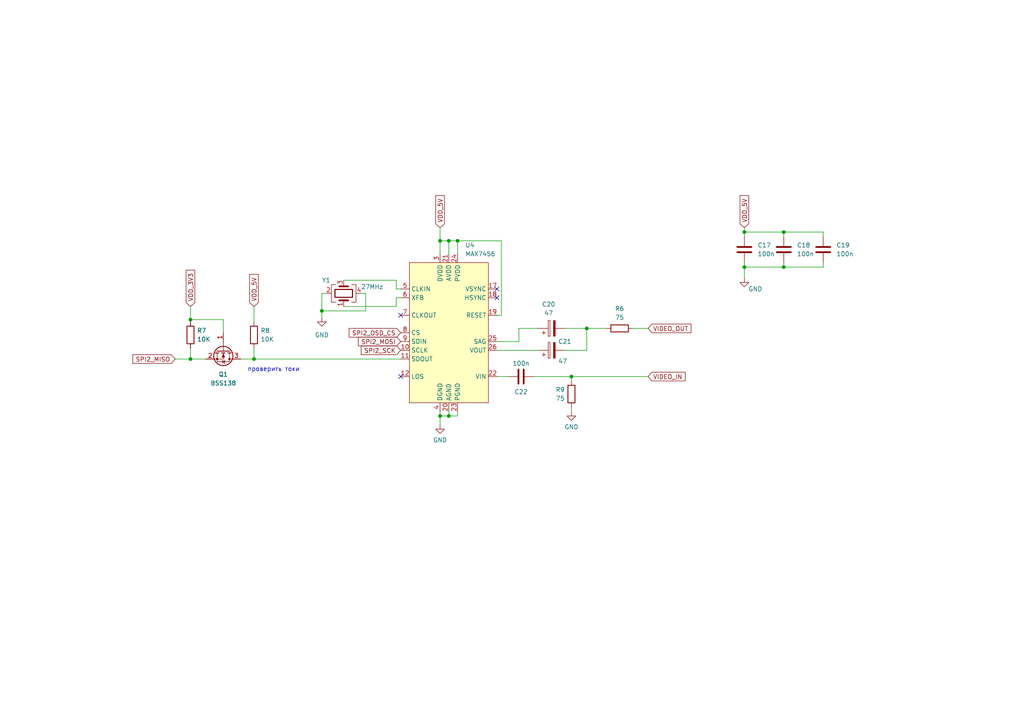
<source format=kicad_sch>
(kicad_sch (version 20230121) (generator eeschema)
  (paper "A4")
  (lib_symbols
    (symbol "Device:C" (pin_numbers hide) (pin_names (offset 0.254))
      (property "Reference" "C" (at 0.635 2.54 0))
      (property "Value" "C" (at 0.635 -2.54 0))
      (symbol "C_0_1"
        (polyline (pts (xy -2.032 -0.762) (xy 2.032 -0.762)) (stroke (width 0.508)))
        (polyline (pts (xy -2.032 0.762) (xy 2.032 0.762)) (stroke (width 0.508)))
      )
      (symbol "C_1_1"
        (pin passive line (at 0 3.81 270) (length 2.794) (name "~") (number "1"))
        (pin passive line (at 0 -3.81 90) (length 2.794) (name "~") (number "2"))
      )
    )
    (symbol "Device:C_Polarized" (pin_numbers hide) (pin_names (offset 0.254))
      (property "Reference" "C" (at 0.635 2.54 0))
      (property "Value" "C_Polarized" (at 0.635 -2.54 0))
      (symbol "C_Polarized_0_1"
        (rectangle (start -2.286 0.508) (end 2.286 1.016))
        (polyline (pts (xy -1.778 2.286) (xy -0.762 2.286)))
        (polyline (pts (xy -1.27 2.794) (xy -1.27 1.778)))
        (rectangle (start 2.286 -0.508) (end -2.286 -1.016) (fill (type outline)))
      )
      (symbol "C_Polarized_1_1"
        (pin passive line (at 0 3.81 270) (length 2.794) (name "~") (number "1"))
        (pin passive line (at 0 -3.81 90) (length 2.794) (name "~") (number "2"))
      )
    )
    (symbol "Device:Crystal_GND24" (pin_names (offset 1.016) hide)
      (property "Reference" "Y" (at 3.175 5.08 0))
      (property "Value" "Crystal_GND24" (at 3.175 3.175 0))
      (symbol "Crystal_GND24_0_1"
        (rectangle (start -1.143 2.54) (end 1.143 -2.54) (stroke (width 0.3048)))
        (polyline (pts (xy -2.54 0) (xy -2.032 0)))
        (polyline (pts (xy -2.032 -1.27) (xy -2.032 1.27)) (stroke (width 0.508)))
        (polyline (pts (xy 0 -3.81) (xy 0 -3.556)))
        (polyline (pts (xy 0 3.556) (xy 0 3.81)))
        (polyline (pts (xy 2.032 -1.27) (xy 2.032 1.27)) (stroke (width 0.508)))
        (polyline (pts (xy 2.032 0) (xy 2.54 0)))
        (polyline (pts (xy -2.54 -2.286) (xy -2.54 -3.556) (xy 2.54 -3.556) (xy 2.54 -2.286)))
        (polyline (pts (xy -2.54 2.286) (xy -2.54 3.556) (xy 2.54 3.556) (xy 2.54 2.286)))
      )
      (symbol "Crystal_GND24_1_1"
        (pin passive line (at -3.81 0 0) (length 1.27) (name "1") (number "1"))
        (pin passive line (at 0 5.08 270) (length 1.27) (name "2") (number "2"))
        (pin passive line (at 3.81 0 180) (length 1.27) (name "3") (number "3"))
        (pin passive line (at 0 -5.08 90) (length 1.27) (name "4") (number "4"))
      )
    )
    (symbol "Device:R" (pin_numbers hide) (pin_names (offset 0))
      (property "Reference" "R" (at 2.032 0 90))
      (property "Value" "R" (at 0 0 90))
      (symbol "R_0_1"
        (rectangle (start -1.016 -2.54) (end 1.016 2.54) (stroke (width 0.254)))
      )
      (symbol "R_1_1"
        (pin passive line (at 0 3.81 270) (length 1.27) (name "~") (number "1"))
        (pin passive line (at 0 -3.81 90) (length 1.27) (name "~") (number "2"))
      )
    )
    (symbol "Transistor_FET:BSS138" (pin_names hide)
      (property "Reference" "Q" (at 5.08 1.905 0))
      (property "Value" "BSS138" (at 5.08 0 0))
      (symbol "BSS138_0_1"
        (polyline (pts (xy 0.254 0) (xy -2.54 0)))
        (polyline (pts (xy 0.254 1.905) (xy 0.254 -1.905)) (stroke (width 0.254)))
        (polyline (pts (xy 0.762 -1.27) (xy 0.762 -2.286)) (stroke (width 0.254)))
        (polyline (pts (xy 0.762 0.508) (xy 0.762 -0.508)) (stroke (width 0.254)))
        (polyline (pts (xy 0.762 2.286) (xy 0.762 1.27)) (stroke (width 0.254)))
        (polyline (pts (xy 2.54 2.54) (xy 2.54 1.778)))
        (polyline (pts (xy 2.54 -2.54) (xy 2.54 0) (xy 0.762 0)))
        (polyline (pts (xy 0.762 -1.778) (xy 3.302 -1.778) (xy 3.302 1.778) (xy 0.762 1.778)))
        (polyline (pts (xy 1.016 0) (xy 2.032 0.381) (xy 2.032 -0.381) (xy 1.016 0)) (fill (type outline)))
        (polyline (pts (xy 2.794 0.508) (xy 2.921 0.381) (xy 3.683 0.381) (xy 3.81 0.254)))
        (polyline (pts (xy 3.302 0.381) (xy 2.921 -0.254) (xy 3.683 -0.254) (xy 3.302 0.381)))
        (circle (center 1.651 0) (radius 2.794) (stroke (width 0.254)))
        (circle (center 2.54 -1.778) (radius 0.254) (fill (type outline)))
        (circle (center 2.54 1.778) (radius 0.254) (fill (type outline)))
      )
      (symbol "BSS138_1_1"
        (pin input line (at -5.08 0 0) (length 2.54) (name "G") (number "1"))
        (pin passive line (at 2.54 -5.08 90) (length 2.54) (name "S") (number "2"))
        (pin passive line (at 2.54 5.08 270) (length 2.54) (name "D") (number "3"))
      )
    )
    (symbol "power:GND" (power) (pin_names (offset 0))
      (property "Value" "GND" (at 0 -3.81 0))
      (symbol "GND_0_1"
        (polyline (pts (xy 0 0) (xy 0 -1.27) (xy 1.27 -1.27) (xy 0 -2.54) (xy -1.27 -1.27) (xy 0 -1.27)))
      )
      (symbol "GND_1_1"
        (pin power_in line (at 0 0 270) (length 0) hide (name "GND") (number "1"))
      )
    )
    (symbol "user_lib:MAX7456"
      (property "Reference" "U" (at 10.16 -24.13 0))
      (property "Value" "MAX7456" (at 10.16 -21.59 0))
      (symbol "MAX7456_0_1"
        (rectangle (start -11.43 20.32) (end 11.43 -20.32) (fill (type background)))
      )
      (symbol "MAX7456_1_1"
        (pin bidirectional line (at -13.97 -5.08 0) (length 2.54) (name "SCLK") (number "10"))
        (pin bidirectional line (at -13.97 -7.62 0) (length 2.54) (name "SDOUT") (number "11"))
        (pin bidirectional line (at -13.97 -12.7 0) (length 2.54) (name "LOS") (number "12"))
        (pin bidirectional line (at 13.97 12.7 180) (length 2.54) (name "VSYNC") (number "17"))
        (pin bidirectional line (at 13.97 10.16 180) (length 2.54) (name "HSYNC") (number "18"))
        (pin input line (at 13.97 5.08 180) (length 2.54) (name "RESET") (number "19"))
        (pin power_in line (at 0 -22.86 90) (length 2.54) (name "AGND") (number "20"))
        (pin power_in line (at 0 22.86 270) (length 2.54) (name "AVDD") (number "21"))
        (pin input line (at 13.97 -12.7 180) (length 2.54) (name "VIN") (number "22"))
        (pin power_in line (at 2.54 -22.86 90) (length 2.54) (name "PGND") (number "23"))
        (pin power_in line (at 2.54 22.86 270) (length 2.54) (name "PVDD") (number "24"))
        (pin input line (at 13.97 -2.54 180) (length 2.54) (name "SAG") (number "25"))
        (pin input line (at 13.97 -5.08 180) (length 2.54) (name "VOUT") (number "26"))
        (pin power_in line (at -2.54 22.86 270) (length 2.54) (name "DVDD") (number "3"))
        (pin power_in line (at -2.54 -22.86 90) (length 2.54) (name "DGND") (number "4"))
        (pin bidirectional line (at -13.97 12.7 0) (length 2.54) (name "CLKIN") (number "5"))
        (pin bidirectional line (at -13.97 10.16 0) (length 2.54) (name "XFB") (number "6"))
        (pin bidirectional line (at -13.97 5.08 0) (length 2.54) (name "CLKOUT") (number "7"))
        (pin bidirectional line (at -13.97 0 0) (length 2.54) (name "CS") (number "8"))
        (pin bidirectional line (at -13.97 -2.54 0) (length 2.54) (name "SDIN") (number "9"))
      )
    )
  )
  (junction (at 165.735 109.22))
  (junction (at 130.175 69.85))
  (junction (at 73.66 104.14))
  (junction (at 215.9 77.47))
  (junction (at 55.245 92.71))
  (junction (at 170.18 95.25))
  (junction (at 215.9 67.31))
  (junction (at 132.715 69.85))
  (junction (at 127.635 69.85))
  (junction (at 127.635 120.65))
  (junction (at 130.175 120.65))
  (junction (at 55.245 104.14))
  (junction (at 93.345 90.17))
  (junction (at 227.33 77.47))
  (junction (at 227.33 67.31))
  (no_connect (at 144.145 86.36))
  (no_connect (at 144.145 83.82))
  (no_connect (at 116.205 91.44))
  (no_connect (at 116.205 109.22))
  (wire (pts (xy 215.9 80.645) (xy 215.9 77.47)))
  (wire (pts (xy 127.635 120.65) (xy 130.175 120.65)))
  (wire (pts (xy 165.735 109.22) (xy 187.96 109.22)))
  (wire (pts (xy 145.415 69.85) (xy 132.715 69.85)))
  (wire (pts (xy 104.775 85.09) (xy 106.045 85.09)))
  (wire (pts (xy 106.045 85.09) (xy 106.045 90.17)))
  (wire (pts (xy 165.735 110.49) (xy 165.735 109.22)))
  (wire (pts (xy 114.935 83.82) (xy 114.935 81.28)))
  (wire (pts (xy 183.515 95.25) (xy 187.96 95.25)))
  (wire (pts (xy 165.735 118.11) (xy 165.735 119.38)))
  (wire (pts (xy 93.345 92.075) (xy 93.345 90.17)))
  (wire (pts (xy 73.66 93.345) (xy 73.66 88.9)))
  (wire (pts (xy 130.175 120.65) (xy 130.175 119.38)))
  (wire (pts (xy 163.83 101.6) (xy 170.18 101.6)))
  (wire (pts (xy 73.66 100.965) (xy 73.66 104.14)))
  (wire (pts (xy 154.94 109.22) (xy 165.735 109.22)))
  (wire (pts (xy 170.18 95.25) (xy 175.895 95.25)))
  (wire (pts (xy 238.76 77.47) (xy 238.76 76.2)))
  (wire (pts (xy 116.205 83.82) (xy 114.935 83.82)))
  (wire (pts (xy 64.77 92.71) (xy 55.245 92.71)))
  (wire (pts (xy 73.66 104.14) (xy 69.85 104.14)))
  (wire (pts (xy 130.175 69.85) (xy 127.635 69.85)))
  (wire (pts (xy 238.76 67.31) (xy 238.76 68.58)))
  (wire (pts (xy 145.415 91.44) (xy 145.415 69.85)))
  (wire (pts (xy 150.495 95.25) (xy 156.21 95.25)))
  (wire (pts (xy 144.145 101.6) (xy 156.21 101.6)))
  (wire (pts (xy 215.9 77.47) (xy 215.9 76.2)))
  (wire (pts (xy 93.345 90.17) (xy 106.045 90.17)))
  (wire (pts (xy 227.33 68.58) (xy 227.33 67.31)))
  (wire (pts (xy 127.635 69.85) (xy 127.635 73.66)))
  (wire (pts (xy 144.145 91.44) (xy 145.415 91.44)))
  (wire (pts (xy 163.83 95.25) (xy 170.18 95.25)))
  (wire (pts (xy 227.33 67.31) (xy 238.76 67.31)))
  (wire (pts (xy 132.715 69.85) (xy 132.715 73.66)))
  (wire (pts (xy 114.935 81.28) (xy 99.695 81.28)))
  (wire (pts (xy 93.345 85.09) (xy 93.345 90.17)))
  (wire (pts (xy 55.245 92.71) (xy 55.245 88.9)))
  (wire (pts (xy 215.9 67.31) (xy 227.33 67.31)))
  (wire (pts (xy 50.8 104.14) (xy 55.245 104.14)))
  (wire (pts (xy 227.33 77.47) (xy 238.76 77.47)))
  (wire (pts (xy 127.635 120.65) (xy 127.635 119.38)))
  (wire (pts (xy 127.635 123.19) (xy 127.635 120.65)))
  (wire (pts (xy 170.18 101.6) (xy 170.18 95.25)))
  (wire (pts (xy 127.635 66.04) (xy 127.635 69.85)))
  (wire (pts (xy 147.32 109.22) (xy 144.145 109.22)))
  (wire (pts (xy 55.245 93.345) (xy 55.245 92.71)))
  (wire (pts (xy 64.77 96.52) (xy 64.77 92.71)))
  (wire (pts (xy 73.66 104.14) (xy 116.205 104.14)))
  (wire (pts (xy 227.33 77.47) (xy 227.33 76.2)))
  (wire (pts (xy 99.695 88.9) (xy 114.935 88.9)))
  (wire (pts (xy 215.9 77.47) (xy 227.33 77.47)))
  (wire (pts (xy 130.175 120.65) (xy 132.715 120.65)))
  (wire (pts (xy 55.245 104.14) (xy 59.69 104.14)))
  (wire (pts (xy 132.715 69.85) (xy 130.175 69.85)))
  (wire (pts (xy 55.245 100.965) (xy 55.245 104.14)))
  (wire (pts (xy 215.9 66.04) (xy 215.9 67.31)))
  (wire (pts (xy 132.715 119.38) (xy 132.715 120.65)))
  (wire (pts (xy 215.9 67.31) (xy 215.9 68.58)))
  (wire (pts (xy 93.345 85.09) (xy 94.615 85.09)))
  (wire (pts (xy 114.935 86.36) (xy 116.205 86.36)))
  (wire (pts (xy 144.145 99.06) (xy 150.495 99.06)))
  (wire (pts (xy 114.935 88.9) (xy 114.935 86.36)))
  (wire (pts (xy 150.495 99.06) (xy 150.495 95.25)))
  (wire (pts (xy 130.175 69.85) (xy 130.175 73.66)))
  (text "проверить токи" (at 71.755 107.95 0) (effects (font (size 1.27 1.27)) (justify left bottom)))
  (global_label "VDD_5V" (shape input) (at 73.66 88.9 90) (property "Intersheetrefs" "${INTERSHEET_REFS}" (effects hide)))
  (global_label "SPI2_MISO" (shape input) (at 50.8 104.14 180) (property "Intersheetrefs" "${INTERSHEET_REFS}" (effects hide)))
  (global_label "SPI2_OSD_CS" (shape input) (at 116.205 96.52 180) (property "Intersheetrefs" "${INTERSHEET_REFS}" (effects hide)))
  (global_label "SPI2_MOSI" (shape input) (at 116.205 99.06 180) (property "Intersheetrefs" "${INTERSHEET_REFS}" (effects hide)))
  (global_label "VDD_5V" (shape input) (at 215.9 66.04 90) (property "Intersheetrefs" "${INTERSHEET_REFS}" (effects hide)))
  (global_label "SPI2_SCK" (shape input) (at 116.205 101.6 180) (property "Intersheetrefs" "${INTERSHEET_REFS}" (effects hide)))
  (global_label "VDD_3V3" (shape input) (at 55.245 88.9 90) (property "Intersheetrefs" "${INTERSHEET_REFS}" (effects hide)))
  (global_label "VIDEO_OUT" (shape input) (at 187.96 95.25 0) (property "Intersheetrefs" "${INTERSHEET_REFS}" (effects hide)))
  (global_label "VIDEO_IN" (shape input) (at 187.96 109.22 0) (property "Intersheetrefs" "${INTERSHEET_REFS}" (effects hide)))
  (global_label "VDD_5V" (shape input) (at 127.635 66.04 90) (property "Intersheetrefs" "${INTERSHEET_REFS}" (effects hide)))
  (symbol (lib_id "Device:C_Polarized") (at 160.02 101.6 90) (unit 1)
    (property "Reference" "C21" (at 163.83 99.06 90))
    (property "Value" "47" (at 163.195 104.775 90))
    (property "Footprint" "Capacitor_Tantalum_SMD:CP_EIA-3216-12_Kemet-S" (effects hide))
  )
  (symbol (lib_id "power:GND") (at 215.9 80.645 0) (unit 1)
    (property "Reference" "#PWR011" (effects hide))
    (property "Value" "GND" (at 219.075 83.82 0))
  )
  (symbol (lib_id "Device:R") (at 165.735 114.3 0) (mirror x) (unit 1)
    (property "Reference" "R9" (at 163.83 113.03 0) (effects (justify right)))
    (property "Value" "75" (at 163.83 115.57 0) (effects (justify right)))
    (property "Footprint" "Resistor_SMD:R_0402_1005Metric" (effects hide))
  )
  (symbol (lib_id "user_lib:MAX7456") (at 130.175 96.52 0) (unit 1)
    (property "Reference" "U4" (at 134.9091 71.12 0) (effects (justify left)))
    (property "Value" "MAX7456" (at 134.9091 73.66 0) (effects (justify left)))
    (property "Footprint" "Package_SO:HTSSOP-28-1EP_4.4x9.7mm_P0.65mm_EP2.85x5.4mm" (effects hide))
  )
  (symbol (lib_id "Device:C") (at 215.9 72.39 0) (unit 1)
    (property "Reference" "C17" (at 219.71 71.12 0) (effects (justify left)))
    (property "Value" "100n" (at 219.71 73.66 0) (effects (justify left)))
    (property "Footprint" "Capacitor_SMD:C_0402_1005Metric" (effects hide))
  )
  (symbol (lib_id "Device:C") (at 227.33 72.39 0) (unit 1)
    (property "Reference" "C18" (at 231.14 71.12 0) (effects (justify left)))
    (property "Value" "100n" (at 231.14 73.66 0) (effects (justify left)))
    (property "Footprint" "Capacitor_SMD:C_0402_1005Metric" (effects hide))
  )
  (symbol (lib_id "Device:R") (at 179.705 95.25 90) (unit 1)
    (property "Reference" "R6" (at 179.705 89.535 90))
    (property "Value" "75" (at 179.705 92.075 90))
    (property "Footprint" "Resistor_SMD:R_0402_1005Metric" (effects hide))
  )
  (symbol (lib_id "Device:C") (at 151.13 109.22 90) (unit 1)
    (property "Reference" "C22" (at 151.13 113.665 90))
    (property "Value" "100n" (at 151.13 105.41 90))
    (property "Footprint" "Capacitor_SMD:C_0402_1005Metric" (effects hide))
  )
  (symbol (lib_id "Device:R") (at 55.245 97.155 0) (unit 1)
    (property "Reference" "R7" (at 57.15 95.885 0) (effects (justify left)))
    (property "Value" "10K" (at 57.15 98.425 0) (effects (justify left)))
    (property "Footprint" "Resistor_SMD:R_0402_1005Metric" (effects hide))
  )
  (symbol (lib_id "power:GND") (at 165.735 119.38 0) (unit 1)
    (property "Reference" "#PWR013" (effects hide))
    (property "Value" "GND" (at 165.735 123.825 0))
  )
  (symbol (lib_id "Device:C") (at 238.76 72.39 0) (unit 1)
    (property "Reference" "C19" (at 242.57 71.12 0) (effects (justify left)))
    (property "Value" "100n" (at 242.57 73.66 0) (effects (justify left)))
    (property "Footprint" "Capacitor_SMD:C_0402_1005Metric" (effects hide))
  )
  (symbol (lib_id "Device:Crystal_GND24") (at 99.695 85.09 90) (unit 1)
    (property "Reference" "Y1" (at 94.615 81.28 90))
    (property "Value" "27MHz" (at 107.95 83.185 90))
    (property "Footprint" "Crystal:Crystal_SMD_3225-4Pin_3.2x2.5mm" (effects hide))
    (instances (project "Penguin Junior" (path "" (reference "Y1") (unit 1)) (path "" (reference "Y2") (unit 1))))
  )
  (symbol (lib_id "Device:C_Polarized") (at 160.02 95.25 90) (unit 1)
    (property "Reference" "C20" (at 159.131 88.265 90))
    (property "Value" "47" (at 159.131 90.805 90))
    (property "Footprint" "Capacitor_Tantalum_SMD:CP_EIA-3216-12_Kemet-S" (effects hide))
  )
  (symbol (lib_id "Device:R") (at 73.66 97.155 0) (unit 1)
    (property "Reference" "R8" (at 75.565 95.885 0) (effects (justify left)))
    (property "Value" "10K" (at 75.565 98.425 0) (effects (justify left)))
    (property "Footprint" "Resistor_SMD:R_0402_1005Metric" (effects hide))
  )
  (symbol (lib_id "Transistor_FET:BSS138") (at 64.77 101.6 270) (unit 1)
    (property "Reference" "Q1" (at 64.77 108.585 90))
    (property "Value" "BSS138" (at 64.77 111.125 90))
    (property "Footprint" "Package_TO_SOT_SMD:SOT-23" (effects hide))
    (property "Datasheet" "https://www.onsemi.com/pub/Collateral/BSS138-D.PDF" (effects hide))
  )
  (symbol (lib_id "power:GND") (at 127.635 123.19 0) (unit 1)
    (property "Reference" "#PWR014" (effects hide))
    (property "Value" "GND" (at 127.635 127.635 0))
  )
  (symbol (lib_id "power:GND") (at 93.345 92.075 0) (unit 1)
    (property "Reference" "#PWR012" (effects hide))
    (property "Value" "GND" (at 93.345 97.155 0))
  )
)
</source>
